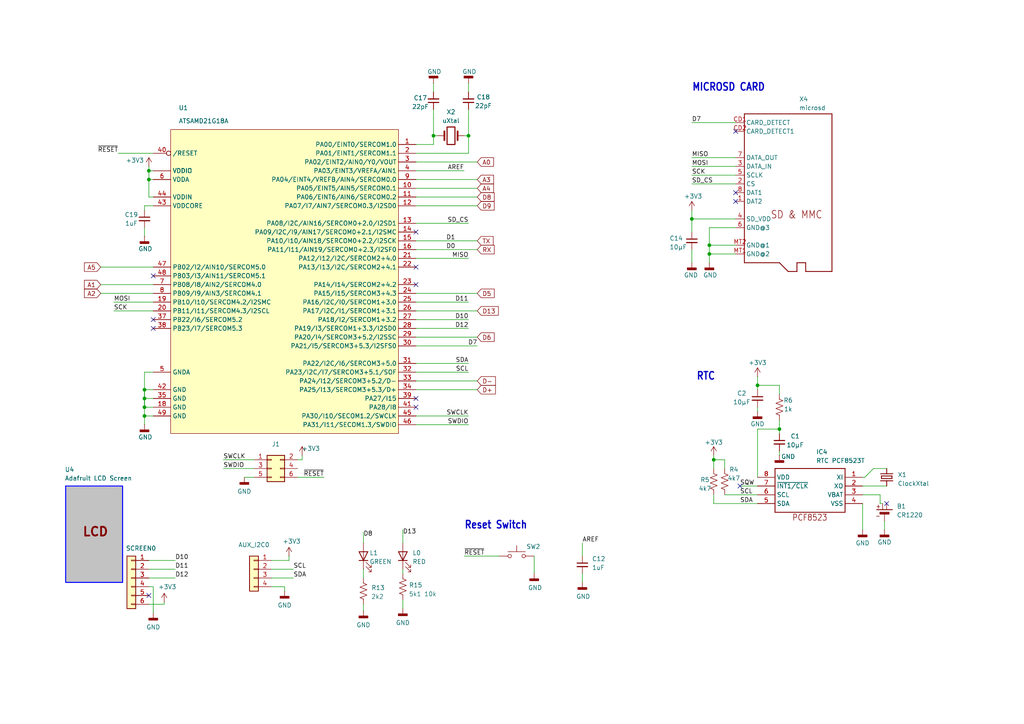
<source format=kicad_sch>
(kicad_sch (version 20250114) (generator "eeschema") (generator_version "9.0")
  (paper "A4")
  (lib_symbols
    (symbol "Connector_Generic:Conn_01x04" (pin_names (offset 1.016) (hide yes))
      (property "Reference" "J" (at 0 5.08 0))
      (property "Value" "Conn_01x04" (at 0 -7.62 0))
      (symbol "Conn_01x04_1_1"
        (rectangle (start -1.27 3.81) (end 1.27 -6.35) (stroke (width 0.254)) (fill (type background)))
        (rectangle (start -1.27 2.667) (end 0 2.413) (stroke (width 0.1524)))
        (rectangle (start -1.27 0.127) (end 0 -0.127) (stroke (width 0.1524)))
        (rectangle (start -1.27 -2.413) (end 0 -2.667) (stroke (width 0.1524)))
        (rectangle (start -1.27 -4.953) (end 0 -5.207) (stroke (width 0.1524)))
        (pin passive line (at -5.08 2.54 0) (length 3.81) (name "Pin_1") (number "1"))
        (pin passive line (at -5.08 0 0) (length 3.81) (name "Pin_2") (number "2"))
        (pin passive line (at -5.08 -2.54 0) (length 3.81) (name "Pin_3") (number "3"))
        (pin passive line (at -5.08 -5.08 0) (length 3.81) (name "Pin_4") (number "4"))
      )
    )
    (symbol "Connector_Generic:Conn_01x06" (pin_names (offset 1.016) (hide yes))
      (property "Reference" "J" (at 0 7.62 0))
      (property "Value" "Conn_01x06" (at 0 -10.16 0))
      (symbol "Conn_01x06_1_1"
        (rectangle (start -1.27 6.35) (end 1.27 -8.89) (stroke (width 0.254)) (fill (type background)))
        (rectangle (start -1.27 5.207) (end 0 4.953) (stroke (width 0.1524)))
        (rectangle (start -1.27 2.667) (end 0 2.413) (stroke (width 0.1524)))
        (rectangle (start -1.27 0.127) (end 0 -0.127) (stroke (width 0.1524)))
        (rectangle (start -1.27 -2.413) (end 0 -2.667) (stroke (width 0.1524)))
        (rectangle (start -1.27 -4.953) (end 0 -5.207) (stroke (width 0.1524)))
        (rectangle (start -1.27 -7.493) (end 0 -7.747) (stroke (width 0.1524)))
        (pin passive line (at -5.08 5.08 0) (length 3.81) (name "Pin_1") (number "1"))
        (pin passive line (at -5.08 2.54 0) (length 3.81) (name "Pin_2") (number "2"))
        (pin passive line (at -5.08 0 0) (length 3.81) (name "Pin_3") (number "3"))
        (pin passive line (at -5.08 -2.54 0) (length 3.81) (name "Pin_4") (number "4"))
        (pin passive line (at -5.08 -5.08 0) (length 3.81) (name "Pin_5") (number "5"))
        (pin passive line (at -5.08 -7.62 0) (length 3.81) (name "Pin_6") (number "6"))
      )
    )
    (symbol "Connector_Generic:Conn_02x03_Odd_Even" (pin_names (offset 1.016) (hide yes))
      (property "Reference" "J" (at 1.27 5.08 0))
      (property "Value" "Conn_02x03_Odd_Even" (at 1.27 -5.08 0))
      (symbol "Conn_02x03_Odd_Even_1_1"
        (rectangle (start -1.27 3.81) (end 3.81 -3.81) (stroke (width 0.254)) (fill (type background)))
        (rectangle (start -1.27 2.667) (end 0 2.413) (stroke (width 0.1524)))
        (rectangle (start -1.27 0.127) (end 0 -0.127) (stroke (width 0.1524)))
        (rectangle (start -1.27 -2.413) (end 0 -2.667) (stroke (width 0.1524)))
        (rectangle (start 3.81 2.667) (end 2.54 2.413) (stroke (width 0.1524)))
        (rectangle (start 3.81 0.127) (end 2.54 -0.127) (stroke (width 0.1524)))
        (rectangle (start 3.81 -2.413) (end 2.54 -2.667) (stroke (width 0.1524)))
        (pin passive line (at -5.08 2.54 0) (length 3.81) (name "Pin_1") (number "1"))
        (pin passive line (at -5.08 0 0) (length 3.81) (name "Pin_3") (number "3"))
        (pin passive line (at -5.08 -2.54 0) (length 3.81) (name "Pin_5") (number "5"))
        (pin passive line (at 7.62 2.54 180) (length 3.81) (name "Pin_2") (number "2"))
        (pin passive line (at 7.62 0 180) (length 3.81) (name "Pin_4") (number "4"))
        (pin passive line (at 7.62 -2.54 180) (length 3.81) (name "Pin_6") (number "6"))
      )
    )
    (symbol "Device:C_Small" (pin_numbers (hide yes)) (pin_names (offset 0.254) (hide yes))
      (property "Reference" "C" (at 0.254 1.778 0))
      (property "Value" "C_Small" (at 0.254 -2.032 0))
      (symbol "C_Small_0_1"
        (polyline (pts (xy -1.524 0.508) (xy 1.524 0.508)) (stroke (width 0.3048)))
        (polyline (pts (xy -1.524 -0.508) (xy 1.524 -0.508)) (stroke (width 0.3302)))
      )
      (symbol "C_Small_1_1"
        (pin passive line (at 0 2.54 270) (length 2.032) (name "~") (number "1"))
        (pin passive line (at 0 -2.54 90) (length 2.032) (name "~") (number "2"))
      )
    )
    (symbol "Device:Crystal" (pin_numbers (hide yes)) (pin_names (offset 1.016) (hide yes))
      (property "Reference" "Y" (at 0 3.81 0))
      (property "Value" "Crystal" (at 0 -3.81 0))
      (symbol "Crystal_0_1"
        (polyline (pts (xy -2.54 0) (xy -1.905 0)))
        (polyline (pts (xy -1.905 -1.27) (xy -1.905 1.27)) (stroke (width 0.508)))
        (rectangle (start -1.143 2.54) (end 1.143 -2.54) (stroke (width 0.3048)))
        (polyline (pts (xy 1.905 -1.27) (xy 1.905 1.27)) (stroke (width 0.508)))
        (polyline (pts (xy 2.54 0) (xy 1.905 0)))
      )
      (symbol "Crystal_1_1"
        (pin passive line (at -3.81 0 0) (length 1.27) (name "1") (number "1"))
        (pin passive line (at 3.81 0 180) (length 1.27) (name "2") (number "2"))
      )
    )
    (symbol "Device:LED" (pin_numbers (hide yes)) (pin_names (offset 1.016) (hide yes))
      (property "Reference" "D" (at 0 2.54 0))
      (property "Value" "LED" (at 0 -2.54 0))
      (symbol "LED_0_1"
        (polyline (pts (xy -3.048 -0.762) (xy -4.572 -2.286) (xy -3.81 -2.286) (xy -4.572 -2.286) (xy -4.572 -1.524)))
        (polyline (pts (xy -1.778 -0.762) (xy -3.302 -2.286) (xy -2.54 -2.286) (xy -3.302 -2.286) (xy -3.302 -1.524)))
        (polyline (pts (xy -1.27 0) (xy 1.27 0)))
        (polyline (pts (xy -1.27 -1.27) (xy -1.27 1.27)) (stroke (width 0.254)))
        (polyline (pts (xy 1.27 -1.27) (xy 1.27 1.27) (xy -1.27 0) (xy 1.27 -1.27)) (stroke (width 0.254)))
      )
      (symbol "LED_1_1"
        (pin passive line (at -3.81 0 0) (length 2.54) (name "K") (number "1"))
        (pin passive line (at 3.81 0 180) (length 2.54) (name "A") (number "2"))
      )
    )
    (symbol "Device:R_US" (pin_numbers (hide yes)) (pin_names (offset 0))
      (property "Reference" "R" (at 2.54 0 90))
      (property "Value" "R_US" (at -2.54 0 90))
      (symbol "R_US_0_1"
        (polyline (pts (xy 0 2.286) (xy 0 2.54)))
        (polyline (pts (xy 0 2.286) (xy 1.016 1.905) (xy 0 1.524) (xy -1.016 1.143) (xy 0 0.762)))
        (polyline (pts (xy 0 0.762) (xy 1.016 0.381) (xy 0 0) (xy -1.016 -0.381) (xy 0 -0.762)))
        (polyline (pts (xy 0 -0.762) (xy 1.016 -1.143) (xy 0 -1.524) (xy -1.016 -1.905) (xy 0 -2.286)))
        (polyline (pts (xy 0 -2.286) (xy 0 -2.54)))
      )
      (symbol "R_US_1_1"
        (pin passive line (at 0 3.81 270) (length 1.27) (name "~") (number "1"))
        (pin passive line (at 0 -3.81 90) (length 1.27) (name "~") (number "2"))
      )
    )
    (symbol "FED3 SymbLib:ATSAMD21J_QFN"
      (symbol "ATSAMD21J_QFN_1_0"
        (pin bidirectional inverted (at -25.4 33.02 0) (length 5.08) (name "/RESET") (number "40"))
        (pin power_in line (at -25.4 27.94 0) (length 5.08) (name "VDDIO") (number "17"))
        (pin power_in line (at -25.4 27.94 0) (length 5.08) (name "VDDIO") (number "36"))
        (pin power_in line (at -25.4 25.4 0) (length 5.08) (name "VDDA") (number "6"))
        (pin power_in line (at -25.4 20.32 0) (length 5.08) (name "VDDIN") (number "44"))
        (pin power_in line (at -25.4 17.78 0) (length 5.08) (name "VDDCORE") (number "43"))
        (pin bidirectional line (at -25.4 0 0) (length 5.08) (name "PB02/I2/AIN10/SERCOM5.0") (number "47"))
        (pin bidirectional line (at -25.4 -2.54 0) (length 5.08) (name "PB03/I3/AIN11/SERCOM5.1") (number "48"))
        (pin bidirectional line (at -25.4 -5.08 0) (length 5.08) (name "PB08/I8/AIN2/SERCOM4.0") (number "7"))
        (pin bidirectional line (at -25.4 -7.62 0) (length 5.08) (name "PB09/I9/AIN3/SERCOM4.1") (number "8"))
        (pin bidirectional line (at -25.4 -10.16 0) (length 5.08) (name "PB10/I10/SERCOM4.2/I2SMC") (number "19"))
        (pin bidirectional line (at -25.4 -12.7 0) (length 5.08) (name "PB11/I11/SERCOM4.3/I2SCL") (number "20"))
        (pin bidirectional line (at -25.4 -15.24 0) (length 5.08) (name "PB22/I6/SERCOM5.2") (number "37"))
        (pin bidirectional line (at -25.4 -17.78 0) (length 5.08) (name "PB23/I7/SERCOM5.3") (number "38"))
        (pin power_in line (at -25.4 -30.48 0) (length 5.08) (name "GNDA") (number "5"))
        (pin power_in line (at -25.4 -35.56 0) (length 5.08) (name "GND") (number "42"))
        (pin power_in line (at -25.4 -38.1 0) (length 5.08) (name "GND") (number "35"))
        (pin power_in line (at -25.4 -40.64 0) (length 5.08) (name "GND") (number "18"))
        (pin power_in line (at -25.4 -43.18 0) (length 5.08) (name "GND") (number "49"))
        (pin bidirectional line (at 50.8 35.56 180) (length 5.08) (name "PA00/EINT0/SERCOM1.0") (number "1"))
        (pin bidirectional line (at 50.8 33.02 180) (length 5.08) (name "PA01/EINT1/SERCOM1.1") (number "2"))
        (pin bidirectional line (at 50.8 30.48 180) (length 5.08) (name "PA02/EINT2/AIN0/Y0/VOUT") (number "3"))
        (pin bidirectional line (at 50.8 27.94 180) (length 5.08) (name "PA03/EINT3/VREFA/AIN1") (number "4"))
        (pin bidirectional line (at 50.8 25.4 180) (length 5.08) (name "PA04/EINT4/VREFB/AIN4/SERCOM0.0") (number "9"))
        (pin bidirectional line (at 50.8 22.86 180) (length 5.08) (name "PA05/EINT5/AIN5/SERCOM0.1") (number "10"))
        (pin bidirectional line (at 50.8 20.32 180) (length 5.08) (name "PA06/EINT6/AIN6/SERCOM0.2") (number "11"))
        (pin bidirectional line (at 50.8 17.78 180) (length 5.08) (name "PA07/I7/AIN7/SERCOM0.3/I2SD0") (number "12"))
        (pin bidirectional line (at 50.8 12.7 180) (length 5.08) (name "PA08/I2C/AIN16/SERCOM0+2.0/I2SD1") (number "13"))
        (pin bidirectional line (at 50.8 10.16 180) (length 5.08) (name "PA09/I2C/I9/AIN17/SERCOM0+2.1/I2SMC") (number "14"))
        (pin bidirectional line (at 50.8 7.62 180) (length 5.08) (name "PA10/I10/AIN18/SERCOM0+2.2/I2SCK") (number "15"))
        (pin bidirectional line (at 50.8 5.08 180) (length 5.08) (name "PA11/I11/AIN19/SERCOM0+2.3/I2SF0") (number "16"))
        (pin bidirectional line (at 50.8 2.54 180) (length 5.08) (name "PA12/I12/I2C/SERCOM2+4.0") (number "21"))
        (pin bidirectional line (at 50.8 0 180) (length 5.08) (name "PA13/I13/I2C/SERCOM2+4.1") (number "22"))
        (pin bidirectional line (at 50.8 -5.08 180) (length 5.08) (name "PA14/I14/SERCOM2+4.2") (number "23"))
        (pin bidirectional line (at 50.8 -7.62 180) (length 5.08) (name "PA15/I15/SERCOM3+4.3") (number "24"))
        (pin bidirectional line (at 50.8 -10.16 180) (length 5.08) (name "PA16/I2C/I0/SERCOM1+3.0") (number "25"))
        (pin bidirectional line (at 50.8 -12.7 180) (length 5.08) (name "PA17/I2C/I1/SERCOM1+3.1") (number "26"))
        (pin bidirectional line (at 50.8 -15.24 180) (length 5.08) (name "PA18/I2/SERCOM1+3.2") (number "27"))
        (pin bidirectional line (at 50.8 -17.78 180) (length 5.08) (name "PA19/I3/SERCOM1+3.3/I2SD0") (number "28"))
        (pin bidirectional line (at 50.8 -20.32 180) (length 5.08) (name "PA20/I4/SERCOM3+5.2/I2SSC") (number "29"))
        (pin bidirectional line (at 50.8 -22.86 180) (length 5.08) (name "PA21/I5/SERCOM3+5.3/I2SFS0") (number "30"))
        (pin bidirectional line (at 50.8 -27.94 180) (length 5.08) (name "PA22/I2C/I6/SERCOM3+5.0") (number "31"))
        (pin bidirectional line (at 50.8 -30.48 180) (length 5.08) (name "PA23/I2C/I7/SERCOM3+5.1/SOF") (number "32"))
        (pin bidirectional line (at 50.8 -33.02 180) (length 5.08) (name "PA24/I12/SERCOM3+5.2/D-") (number "33"))
        (pin bidirectional line (at 50.8 -35.56 180) (length 5.08) (name "PA25/I13/SERCOM3+5.3/D+") (number "34"))
        (pin bidirectional line (at 50.8 -38.1 180) (length 5.08) (name "PA27/I15") (number "39"))
        (pin bidirectional line (at 50.8 -40.64 180) (length 5.08) (name "PA28/I8") (number "41"))
        (pin bidirectional line (at 50.8 -43.18 180) (length 5.08) (name "PA30/I10/SECOM1.2/SWCLK") (number "45"))
        (pin bidirectional line (at 50.8 -45.72 180) (length 5.08) (name "PA31/I11/SECOM1.3/SWDIO") (number "46"))
      )
      (symbol "ATSAMD21J_QFN_1_1"
        (rectangle (start -20.32 39.878) (end 45.72 -48.26) (fill (type background)))
      )
    )
    (symbol "FED3 SymbLib:BATTERYCR1220_SMT"
      (property "Reference" "B" (at -2.54 3.175 0))
      (symbol "BATTERYCR1220_SMT_1_0"
        (polyline (pts (xy -0.508 1.27) (xy -0.254 1.27)) (stroke (width 0.254)))
        (polyline (pts (xy -0.508 -1.27) (xy -0.508 1.27)) (stroke (width 0.254)))
        (polyline (pts (xy -0.254 1.27) (xy -0.254 -1.27)) (stroke (width 0.254)))
        (polyline (pts (xy -0.254 1.27) (xy 0 1.27)) (stroke (width 0.254)))
        (polyline (pts (xy -0.254 -1.27) (xy -0.508 -1.27)) (stroke (width 0.254)))
        (polyline (pts (xy 0 1.27) (xy 0 -1.27)) (stroke (width 0.254)))
        (polyline (pts (xy 0 -1.27) (xy -0.254 -1.27)) (stroke (width 0.254)))
        (polyline (pts (xy 0.762 2.286) (xy 0.762 -2.286)) (stroke (width 0.254)))
        (text "-" (at -1.778 -1.143 900) (effects (font (size 1.27 1.0795)) (justify right top)))
        (text "+" (at 1.016 -1.016 900) (effects (font (size 1.27 1.0795)) (justify right top)))
        (pin passive line (at -2.54 0 0) (length 2.54) (name "-") (number "3"))
        (pin passive line (at 2.54 0.6096 180) (length 1.8288) (name "+") (number "1"))
        (pin passive line (at 2.54 -0.5334 180) (length 1.8288) (name "+") (number "2"))
      )
    )
    (symbol "FED3 SymbLib:CRYSTAL8.0X3.8"
      (property "Reference" "Y" (at -2.54 2.54 0))
      (symbol "CRYSTAL8.0X3.8_1_0"
        (polyline (pts (xy -2.54 0) (xy -1.016 0)) (stroke (width 0.254)))
        (polyline (pts (xy -1.016 1.778) (xy -1.016 0)) (stroke (width 0.254)))
        (polyline (pts (xy -1.016 0) (xy -1.016 -1.778)) (stroke (width 0.254)))
        (polyline (pts (xy -0.381 1.524) (xy -0.381 -1.524)) (stroke (width 0.254)))
        (polyline (pts (xy -0.381 -1.524) (xy 0.381 -1.524)) (stroke (width 0.254)))
        (polyline (pts (xy 0.381 1.524) (xy -0.381 1.524)) (stroke (width 0.254)))
        (polyline (pts (xy 0.381 -1.524) (xy 0.381 1.524)) (stroke (width 0.254)))
        (polyline (pts (xy 1.016 1.778) (xy 1.016 0)) (stroke (width 0.254)))
        (polyline (pts (xy 1.016 0) (xy 1.016 -1.778)) (stroke (width 0.254)))
        (polyline (pts (xy 2.54 0) (xy 1.016 0)) (stroke (width 0.254)))
        (pin passive line (at -3.81 -2.54 0) (length 2.54) (hide yes) (name "2") (number "2"))
        (pin passive line (at -2.54 0 0) (length 0) (name "1") (number "1"))
        (pin passive line (at 2.54 0 180) (length 0) (name "4") (number "4"))
        (pin passive line (at 2.54 -2.54 180) (length 2.54) (hide yes) (name "3") (number "3"))
      )
    )
    (symbol "FED3 SymbLib:LCD_SCREEN" (pin_numbers (hide yes))
      (property "Reference" "U" (at -8.128 15.24 0))
      (property "Value" "Adafruit LCD Screen" (at 1.016 -15.24 0))
      (symbol "LCD_SCREEN_1_1"
        (rectangle (start -8.89 13.97) (end 7.62 -13.97) (stroke (width 0.3048) (color 0 0 255 1)) (fill (type color) (color 194 194 194 1)))
        (text "LCD" (at -0.254 0.762 0) (effects (font (size 2.54 2.54) (thickness 0.508) (bold yes))))
      )
    )
    (symbol "FED3 SymbLib:MICROSD"
      (property "Reference" "X" (at -12.7 22.606 0))
      (symbol "MICROSD_1_0"
        (polyline (pts (xy -12.7 20.32) (xy -12.7 -22.86)) (stroke (width 0.254)))
        (polyline (pts (xy -12.7 -22.86) (xy -2.54 -22.86)) (stroke (width 0.254)))
        (polyline (pts (xy -2.54 -22.86) (xy 0 -25.4)) (stroke (width 0.254)))
        (polyline (pts (xy 0 -25.4) (xy 2.54 -25.4)) (stroke (width 0.254)))
        (polyline (pts (xy 2.54 -22.86) (xy 5.08 -22.86)) (stroke (width 0.254)))
        (polyline (pts (xy 2.54 -25.4) (xy 2.54 -22.86)) (stroke (width 0.254)))
        (polyline (pts (xy 5.08 -22.86) (xy 5.08 -25.4)) (stroke (width 0.254)))
        (polyline (pts (xy 5.08 -25.4) (xy 12.7 -25.4)) (stroke (width 0.254)))
        (polyline (pts (xy 12.7 20.32) (xy -12.7 20.32)) (stroke (width 0.254)))
        (polyline (pts (xy 12.7 -25.4) (xy 12.7 20.32)) (stroke (width 0.254)))
        (text "SD & MMC" (at -5.08 -10.16 0) (effects (font (size 2.1844 1.8567)) (justify left bottom)))
        (pin passive line (at -15.24 17.78 0) (length 2.54) (name "CARD_DETECT") (number "CD1"))
        (pin passive line (at -15.24 15.24 0) (length 2.54) (name "CARD_DETECT1") (number "CD2"))
        (pin output line (at -15.24 7.62 0) (length 2.54) (name "DATA_OUT") (number "7"))
        (pin input line (at -15.24 5.08 0) (length 2.54) (name "DATA_IN") (number "3"))
        (pin input line (at -15.24 2.54 0) (length 2.54) (name "SCLK") (number "5"))
        (pin input line (at -15.24 0 0) (length 2.54) (name "CS") (number "2"))
        (pin bidirectional line (at -15.24 -2.54 0) (length 2.54) (name "DAT1") (number "8"))
        (pin bidirectional line (at -15.24 -5.08 0) (length 2.54) (name "DAT2") (number "1"))
        (pin power_in line (at -15.24 -10.16 0) (length 2.54) (name "SD_VDD") (number "4"))
        (pin power_in line (at -15.24 -12.7 0) (length 2.54) (name "GND@3") (number "6"))
        (pin power_in line (at -15.24 -17.78 0) (length 2.54) (name "GND@1") (number "MT2"))
        (pin power_in line (at -15.24 -20.32 0) (length 2.54) (name "GND@2") (number "MT1"))
      )
    )
    (symbol "FED3 SymbLib:RTC_PCF8523/TK"
      (property "Reference" "IC" (at 10.16 7.62 0))
      (symbol "RTC_PCF8523/TK_1_0"
        (polyline (pts (xy -10.16 5.08) (xy 10.16 5.08)) (stroke (width 0.254)))
        (polyline (pts (xy -10.16 -7.62) (xy -10.16 5.08)) (stroke (width 0.254)))
        (polyline (pts (xy 10.16 5.08) (xy 10.16 -7.62)) (stroke (width 0.254)))
        (polyline (pts (xy 10.16 -7.62) (xy -10.16 -7.62)) (stroke (width 0.254)))
        (text "PCF8523" (at -5.08 -10.16 0) (effects (font (size 1.778 1.5113)) (justify left bottom)))
        (pin input line (at -15.24 2.54 0) (length 5.08) (name "XI") (number "1"))
        (pin output line (at -15.24 0 0) (length 5.08) (name "XO") (number "2"))
        (pin power_in line (at -15.24 -2.54 0) (length 5.08) (name "VBAT") (number "3"))
        (pin power_in line (at -15.24 -5.08 0) (length 5.08) (name "VSS") (number "4"))
        (pin power_in line (at 15.24 2.54 180) (length 5.08) (name "VDD") (number "8"))
        (pin output line (at 15.24 0 180) (length 5.08) (name "~{INT1/CLK}") (number "7"))
        (pin bidirectional line (at 15.24 -2.54 180) (length 5.08) (name "SCL") (number "6"))
        (pin bidirectional line (at 15.24 -5.08 180) (length 5.08) (name "SDA") (number "5"))
      )
    )
    (symbol "Switch:SW_Push" (pin_numbers (hide yes)) (pin_names (offset 1.016) (hide yes))
      (property "Reference" "SW" (at 1.27 2.54 0))
      (property "Value" "SW_Push" (at 0 -1.524 0))
      (symbol "SW_Push_0_1"
        (circle (center -2.032 0) (radius 0.508))
        (polyline (pts (xy 0 1.27) (xy 0 3.048)))
        (circle (center 2.032 0) (radius 0.508))
        (polyline (pts (xy 2.54 1.27) (xy -2.54 1.27)))
        (pin passive line (at -5.08 0 0) (length 2.54) (name "1") (number "1"))
        (pin passive line (at 5.08 0 180) (length 2.54) (name "2") (number "2"))
      )
    )
    (symbol "power:+3V3" (power) (pin_numbers (hide yes)) (pin_names (offset 0) (hide yes))
      (property "Value" "+3V3" (at 0 3.556 0))
      (symbol "+3V3_0_1"
        (polyline (pts (xy -0.762 1.27) (xy 0 2.54)))
        (polyline (pts (xy 0 2.54) (xy 0.762 1.27)))
        (polyline (pts (xy 0 0) (xy 0 2.54)))
      )
      (symbol "+3V3_1_1"
        (pin power_in line (at 0 0 90) (length 0) (name "~") (number "1"))
      )
    )
    (symbol "power:GNDD" (power) (pin_numbers (hide yes)) (pin_names (offset 0) (hide yes))
      (property "Value" "GNDD" (at 0 -3.175 0))
      (symbol "GNDD_0_1"
        (rectangle (start -1.27 -1.524) (end 1.27 -2.032) (stroke (width 0.254)) (fill (type outline)))
        (polyline (pts (xy 0 0) (xy 0 -1.524)))
      )
      (symbol "GNDD_1_1"
        (pin power_in line (at 0 0 270) (length 0) (name "~") (number "1"))
      )
    )
  )
  (text "MICROSD CARD" (at 200.66 26.67 0) (effects (font (size 2.1844 1.8567) (thickness 0.3713) (bold yes)) (justify left bottom)))
  (text "Reset Switch" (at 134.62 153.67 0) (effects (font (size 2.1844 1.8567) (thickness 0.3713) (bold yes)) (justify left bottom)))
  (text "RTC" (at 201.93 110.49 0) (effects (font (size 2.1844 1.8567) (thickness 0.3713) (bold yes)) (justify left bottom)))
  (junction (at 205.74 73.66))
  (junction (at 135.89 39.37))
  (junction (at 200.66 63.5))
  (junction (at 219.71 111.76))
  (junction (at 41.91 118.11))
  (junction (at 43.18 49.53))
  (junction (at 43.18 52.07))
  (junction (at 226.06 124.46))
  (junction (at 207.01 133.35))
  (junction (at 41.91 113.03))
  (junction (at 41.91 120.65))
  (junction (at 125.73 39.37))
  (junction (at 205.74 71.12))
  (junction (at 41.91 115.57))
  (no_connect (at 120.65 118.11))
  (no_connect (at 120.65 115.57))
  (no_connect (at 213.36 55.88))
  (no_connect (at 43.18 172.72))
  (no_connect (at 44.45 95.25))
  (no_connect (at 257.1496 146.05))
  (no_connect (at 120.65 77.47))
  (no_connect (at 213.36 38.1))
  (no_connect (at 44.45 92.71))
  (no_connect (at 214.63 140.97))
  (no_connect (at 120.65 82.55))
  (no_connect (at 213.36 58.42))
  (no_connect (at 44.45 80.01))
  (no_connect (at 120.65 67.31))
  (wire (pts (xy 207.01 132.08) (xy 207.01 133.35)) (stroke (width 0.1524)))
  (wire (pts (xy 255.27 143.51) (xy 255.27 146.05)) (stroke (width 0.1524)))
  (wire (pts (xy 256.54 151.13) (xy 256.54 153.67)) (stroke (width 0.1524)))
  (wire (pts (xy 120.65 110.49) (xy 138.43 110.49)) (stroke (width 0.1524)))
  (wire (pts (xy 200.66 60.96) (xy 200.66 63.5)) (stroke (width 0.1524)))
  (wire (pts (xy 120.65 107.95) (xy 135.89 107.95)) (stroke (width 0.1524)))
  (wire (pts (xy 105.41 175.26) (xy 105.41 177.165)) (stroke (width 0.1524)))
  (wire (pts (xy 226.06 124.46) (xy 226.06 125.73)))
  (wire (pts (xy 41.91 66.04) (xy 41.91 68.58)))
  (wire (pts (xy 41.91 115.57) (xy 41.91 118.11)) (stroke (width 0.1524)))
  (wire (pts (xy 207.01 133.35) (xy 210.185 133.35)) (stroke (width 0.1524)))
  (wire (pts (xy 138.43 113.03) (xy 120.65 113.03)) (stroke (width 0.1524)))
  (wire (pts (xy 120.65 57.15) (xy 138.43 57.15)) (stroke (width 0.1524)))
  (wire (pts (xy 134.62 161.29) (xy 144.78 161.29)) (stroke (width 0.1524)))
  (wire (pts (xy 41.91 113.03) (xy 41.91 115.57)) (stroke (width 0.1524)))
  (wire (pts (xy 120.65 41.91) (xy 125.73 41.91)) (stroke (width 0.1524)))
  (wire (pts (xy 120.65 100.33) (xy 138.43 100.33)) (stroke (width 0.1524)))
  (wire (pts (xy 41.91 60.96) (xy 41.91 59.69)) (stroke (width 0.1524)))
  (wire (pts (xy 219.71 118.11) (xy 219.71 119.38)))
  (wire (pts (xy 78.74 167.64) (xy 85.09 167.64)) (stroke (width 0.1524)))
  (wire (pts (xy 207.01 143.51) (xy 207.01 146.05)) (stroke (width 0.1524)))
  (wire (pts (xy 200.66 48.26) (xy 213.36 48.26)) (stroke (width 0.1524)))
  (wire (pts (xy 219.71 111.76) (xy 219.71 113.03)))
  (wire (pts (xy 93.98 138.43) (xy 86.36 138.43)))
  (wire (pts (xy 41.91 118.11) (xy 41.91 120.65)))
  (wire (pts (xy 105.41 154.305) (xy 105.41 157.48)) (stroke (width 0.1524)))
  (wire (pts (xy 41.91 118.11) (xy 44.45 118.11)) (stroke (width 0.1524)))
  (wire (pts (xy 200.66 76.2) (xy 200.66 72.39)) (stroke (width 0.1524)))
  (wire (pts (xy 43.18 48.26) (xy 43.18 49.53)))
  (wire (pts (xy 210.185 133.35) (xy 210.185 135.89)) (stroke (width 0.1524)))
  (wire (pts (xy 116.84 153.67) (xy 116.84 157.48)) (stroke (width 0.1524)))
  (wire (pts (xy 120.65 52.07) (xy 138.43 52.07)) (stroke (width 0.1524)))
  (wire (pts (xy 43.18 165.1) (xy 50.8 165.1)) (stroke (width 0.1524)))
  (wire (pts (xy 200.66 63.5) (xy 213.36 63.5)) (stroke (width 0.1524)))
  (wire (pts (xy 200.66 45.72) (xy 213.36 45.72)) (stroke (width 0.1524)))
  (wire (pts (xy 210.185 143.51) (xy 219.71 143.51)) (stroke (width 0.1524)))
  (wire (pts (xy 120.65 90.17) (xy 138.43 90.17)) (stroke (width 0.1524)))
  (wire (pts (xy 219.71 138.43) (xy 219.71 124.46)) (stroke (width 0.1524)))
  (wire (pts (xy 125.73 24.13) (xy 125.73 26.67)))
  (wire (pts (xy 120.65 69.85) (xy 138.43 69.85)) (stroke (width 0.1524)))
  (wire (pts (xy 135.89 24.13) (xy 135.89 26.67)))
  (wire (pts (xy 41.91 115.57) (xy 44.45 115.57)))
  (wire (pts (xy 120.65 87.63) (xy 135.89 87.63)) (stroke (width 0.1524)))
  (wire (pts (xy 213.36 73.66) (xy 205.74 73.66)) (stroke (width 0.1524)))
  (wire (pts (xy 44.45 52.07) (xy 43.18 52.07)) (stroke (width 0.1524)))
  (wire (pts (xy 73.66 135.89) (xy 64.77 135.89)))
  (wire (pts (xy 44.45 77.47) (xy 29.21 77.47)) (stroke (width 0.1524)))
  (wire (pts (xy 43.18 52.07) (xy 43.18 49.53)) (stroke (width 0.1524)))
  (wire (pts (xy 255.27 143.51) (xy 250.19 143.51)) (stroke (width 0.1524)))
  (wire (pts (xy 43.18 162.56) (xy 50.8 162.56)) (stroke (width 0.1524)))
  (wire (pts (xy 44.45 170.18) (xy 44.45 177.8)))
  (wire (pts (xy 41.91 120.65) (xy 44.45 120.65)))
  (wire (pts (xy 33.02 90.17) (xy 44.45 90.17)) (stroke (width 0.1524)))
  (wire (pts (xy 78.74 165.1) (xy 85.09 165.1)) (stroke (width 0.1524)))
  (wire (pts (xy 44.45 87.63) (xy 33.02 87.63)) (stroke (width 0.1524)))
  (wire (pts (xy 226.06 121.92) (xy 226.06 123.19)))
  (wire (pts (xy 41.91 59.69) (xy 44.45 59.69)) (stroke (width 0.1524)))
  (wire (pts (xy 138.43 85.09) (xy 120.65 85.09)) (stroke (width 0.1524)))
  (wire (pts (xy 207.01 133.35) (xy 207.01 135.89)) (stroke (width 0.1524)))
  (wire (pts (xy 226.06 124.46) (xy 226.06 123.19)) (stroke (width 0.1524)))
  (wire (pts (xy 207.01 146.05) (xy 219.71 146.05)) (stroke (width 0.1524)))
  (wire (pts (xy 125.73 39.37) (xy 125.73 41.91)) (stroke (width 0.1524)))
  (wire (pts (xy 205.74 71.12) (xy 205.74 73.66)) (stroke (width 0.1524)))
  (wire (pts (xy 219.71 140.97) (xy 214.63 140.97)) (stroke (width 0.1524)))
  (wire (pts (xy 87.63 132.08) (xy 87.63 133.35)))
  (wire (pts (xy 257.175 140.97) (xy 250.19 140.97)) (stroke (width 0.1524)))
  (wire (pts (xy 41.91 123.19) (xy 41.91 120.65)))
  (wire (pts (xy 47.625 175.26) (xy 47.625 174.625)) (stroke (width 0.1524)))
  (wire (pts (xy 105.41 165.1) (xy 105.41 167.64)) (stroke (width 0.1524)))
  (wire (pts (xy 219.71 124.46) (xy 226.06 124.46)) (stroke (width 0.1524)))
  (wire (pts (xy 120.65 105.41) (xy 135.89 105.41)) (stroke (width 0.1524)))
  (wire (pts (xy 200.66 50.8) (xy 213.36 50.8)) (stroke (width 0.1524)))
  (wire (pts (xy 213.36 71.12) (xy 205.74 71.12)) (stroke (width 0.1524)))
  (wire (pts (xy 87.63 133.35) (xy 86.36 133.35)))
  (wire (pts (xy 47.625 175.26) (xy 43.18 175.26)) (stroke (width 0.1524)))
  (wire (pts (xy 205.74 73.66) (xy 205.74 76.2)) (stroke (width 0.1524)))
  (wire (pts (xy 120.65 120.65) (xy 135.89 120.65)) (stroke (width 0.1524)))
  (wire (pts (xy 44.45 82.55) (xy 29.21 82.55)) (stroke (width 0.1524)))
  (wire (pts (xy 135.89 64.77) (xy 120.65 64.77)) (stroke (width 0.1524)))
  (wire (pts (xy 200.66 53.34) (xy 213.36 53.34)) (stroke (width 0.1524)))
  (wire (pts (xy 116.84 173.99) (xy 116.84 176.53)) (stroke (width 0.1524)))
  (wire (pts (xy 226.06 111.76) (xy 226.06 114.3)) (stroke (width 0.1524)))
  (wire (pts (xy 120.65 46.99) (xy 138.43 46.99)) (stroke (width 0.1524)))
  (wire (pts (xy 135.89 39.37) (xy 135.89 44.45)) (stroke (width 0.1524)))
  (wire (pts (xy 120.65 95.25) (xy 135.89 95.25)) (stroke (width 0.1524)))
  (wire (pts (xy 78.74 170.18) (xy 82.55 170.18)) (stroke (width 0.1524)))
  (wire (pts (xy 73.66 133.35) (xy 64.77 133.35)))
  (wire (pts (xy 70.866 138.43) (xy 73.66 138.43)))
  (wire (pts (xy 213.36 66.04) (xy 205.74 66.04)) (stroke (width 0.1524)))
  (wire (pts (xy 43.18 57.15) (xy 43.18 52.07)) (stroke (width 0.1524)))
  (wire (pts (xy 125.73 31.75) (xy 125.73 34.29)))
  (wire (pts (xy 44.45 49.53) (xy 43.18 49.53)) (stroke (width 0.1524)))
  (wire (pts (xy 120.65 44.45) (xy 135.89 44.45)) (stroke (width 0.1524)))
  (wire (pts (xy 41.91 113.03) (xy 41.91 115.57)))
  (wire (pts (xy 168.91 157.48) (xy 168.91 161.29)))
  (wire (pts (xy 135.89 34.29) (xy 135.89 39.37)) (stroke (width 0.1524)))
  (wire (pts (xy 120.65 97.79) (xy 138.43 97.79)) (stroke (width 0.1524)))
  (wire (pts (xy 41.91 113.03) (xy 44.45 113.03)) (stroke (width 0.1524)))
  (wire (pts (xy 83.82 161.29) (xy 83.82 162.56)))
  (wire (pts (xy 250.19 153.67) (xy 250.19 146.05)) (stroke (width 0.1524)))
  (wire (pts (xy 125.73 39.37) (xy 127 39.37)))
  (wire (pts (xy 226.06 111.76) (xy 219.71 111.76)) (stroke (width 0.1524)))
  (wire (pts (xy 205.74 66.04) (xy 205.74 71.12)) (stroke (width 0.1524)))
  (wire (pts (xy 200.66 63.5) (xy 200.66 64.77)) (stroke (width 0.1524)))
  (wire (pts (xy 83.82 162.56) (xy 78.74 162.56)))
  (wire (pts (xy 34.29 44.45) (xy 44.45 44.45)) (stroke (width 0.1524)))
  (wire (pts (xy 41.91 107.95) (xy 44.45 107.95)))
  (wire (pts (xy 120.65 59.69) (xy 138.43 59.69)) (stroke (width 0.1524)))
  (wire (pts (xy 255.27 146.05) (xy 256.0066 146.05)) (stroke (width 0.1524)))
  (wire (pts (xy 200.66 35.56) (xy 213.36 35.56)) (stroke (width 0.1524)))
  (wire (pts (xy 29.21 85.09) (xy 44.45 85.09)) (stroke (width 0.1524)))
  (wire (pts (xy 43.18 167.64) (xy 50.8 167.64)) (stroke (width 0.1524)))
  (wire (pts (xy 226.06 130.81) (xy 226.06 132.08)))
  (wire (pts (xy 219.71 109.22) (xy 219.71 111.76)) (stroke (width 0.1524)))
  (wire (pts (xy 135.89 31.75) (xy 135.89 34.29)))
  (wire (pts (xy 135.89 123.19) (xy 120.65 123.19)) (stroke (width 0.1524)))
  (wire (pts (xy 120.65 92.71) (xy 135.89 92.71)) (stroke (width 0.1524)))
  (wire (pts (xy 154.94 161.29) (xy 154.94 166.37)) (stroke (width 0.1524)))
  (wire (pts (xy 82.55 170.18) (xy 82.55 171.45)) (stroke (width 0.1524)))
  (wire (pts (xy 120.65 72.39) (xy 138.43 72.39)) (stroke (width 0.1524)))
  (wire (pts (xy 168.91 166.37) (xy 168.91 168.91)) (stroke (width 0.1524)))
  (wire (pts (xy 43.18 170.18) (xy 44.45 170.18)) (stroke (width 0.1524)))
  (wire (pts (xy 41.91 107.95) (xy 41.91 113.03)))
  (wire (pts (xy 125.73 34.29) (xy 125.73 39.37)) (stroke (width 0.1524)))
  (wire (pts (xy 200.66 64.77) (xy 200.66 67.31)))
  (wire (pts (xy 44.45 57.15) (xy 43.18 57.15)) (stroke (width 0.1524)))
  (wire (pts (xy 138.43 54.61) (xy 120.65 54.61)) (stroke (width 0.1524)))
  (wire (pts (xy 116.84 165.1) (xy 116.84 166.37)) (stroke (width 0.1524)))
  (wire (pts (xy 253.365 135.89) (xy 250.825 138.43)) (stroke (width 0.1524)))
  (wire (pts (xy 120.65 74.93) (xy 135.89 74.93)) (stroke (width 0.1524)))
  (wire (pts (xy 41.91 115.57) (xy 41.91 118.11)))
  (wire (pts (xy 257.175 135.89) (xy 253.365 135.89)) (stroke (width 0.1524)))
  (wire (pts (xy 134.62 39.37) (xy 135.89 39.37)))
  (wire (pts (xy 250.825 138.43) (xy 250.19 138.43)) (stroke (width 0.1524)))
  (wire (pts (xy 120.65 49.53) (xy 134.62 49.53)) (stroke (width 0.1524)))
  (label "D10" (at 135.89 92.71 180))
  (label "SWCLK" (at 64.77 133.35 0))
  (label "MISO" (at 135.89 74.93 180))
  (label "SDA" (at 85.09 167.64 0))
  (label "SCL" (at 85.09 165.1 0))
  (label "SCL" (at 214.63 143.51 0))
  (label "D10" (at 50.8 162.56 0))
  (label "SWDIO" (at 64.77 135.89 0))
  (label "MISO" (at 200.66 45.72 0))
  (label "SWDIO" (at 135.89 123.19 180))
  (label "AREF" (at 134.62 49.53 180))
  (label "~{RESET}" (at 34.29 44.45 180))
  (label "SCL" (at 135.89 107.95 180))
  (label "MOSI" (at 200.66 48.26 0))
  (label "SCK" (at 200.66 50.8 0))
  (label "D1" (at 132.08 69.85 180))
  (label "SD_CS" (at 135.89 64.77 180))
  (label "~{RESET}" (at 93.98 138.43 180))
  (label "D12" (at 135.89 95.25 180))
  (label "SDA" (at 135.89 105.41 180))
  (label "~{RESET}" (at 134.62 161.29 0))
  (label "D0" (at 132.08 72.39 180))
  (label "MOSI" (at 33.02 87.63 0))
  (label "D11" (at 50.8 165.1 0))
  (label "D8" (at 105.41 154.305 0))
  (label "SDA" (at 214.63 146.05 0))
  (label "SCK" (at 33.02 90.17 0))
  (label "SD_CS" (at 200.66 53.34 0))
  (label "AREF" (at 168.91 157.48 0))
  (label "SWCLK" (at 135.89 120.65 180))
  (label "D7" (at 138.43 100.33 180))
  (label "D12" (at 50.8 167.64 0))
  (label "D7" (at 200.66 35.56 0))
  (label "D11" (at 135.89 87.63 180))
  (label "D13" (at 116.84 153.67 0))
  (label "SQW" (at 214.63 140.97 0))
  (global_label "A5" (shape input) (at 29.21 77.47 180) (property "Intersheetrefs" "${INTERSHEET_REFS}" (effects (hide yes))))
  (global_label "RX" (shape input) (at 138.43 72.39 0) (property "Intersheetrefs" "${INTERSHEET_REFS}" (effects (hide yes))))
  (global_label "A0" (shape input) (at 138.43 46.99 0) (property "Intersheetrefs" "${INTERSHEET_REFS}" (effects (hide yes))))
  (global_label "D-" (shape input) (at 138.43 110.49 0) (property "Intersheetrefs" "${INTERSHEET_REFS}" (effects (hide yes))))
  (global_label "D9" (shape input) (at 138.43 59.69 0) (property "Intersheetrefs" "${INTERSHEET_REFS}" (effects (hide yes))))
  (global_label "A1" (shape input) (at 29.21 82.55 180) (property "Intersheetrefs" "${INTERSHEET_REFS}" (effects (hide yes))))
  (global_label "A2" (shape input) (at 29.21 85.09 180) (property "Intersheetrefs" "${INTERSHEET_REFS}" (effects (hide yes))))
  (global_label "D8" (shape input) (at 138.43 57.15 0) (property "Intersheetrefs" "${INTERSHEET_REFS}" (effects (hide yes))))
  (global_label "D13" (shape input) (at 138.43 90.17 0) (property "Intersheetrefs" "${INTERSHEET_REFS}" (effects (hide yes))))
  (global_label "TX" (shape input) (at 138.43 69.85 0) (property "Intersheetrefs" "${INTERSHEET_REFS}" (effects (hide yes))))
  (global_label "A4" (shape input) (at 138.43 54.61 0) (property "Intersheetrefs" "${INTERSHEET_REFS}" (effects (hide yes))))
  (global_label "D6" (shape input) (at 138.43 97.79 0) (property "Intersheetrefs" "${INTERSHEET_REFS}" (effects (hide yes))))
  (global_label "A3" (shape input) (at 138.43 52.07 0) (property "Intersheetrefs" "${INTERSHEET_REFS}" (effects (hide yes))))
  (global_label "D5" (shape input) (at 138.43 85.09 0) (property "Intersheetrefs" "${INTERSHEET_REFS}" (effects (hide yes))))
  (global_label "D+" (shape input) (at 138.43 113.03 0) (property "Intersheetrefs" "${INTERSHEET_REFS}" (effects (hide yes))))
  (symbol (lib_id "Device:Crystal") (at 130.81 39.37 0) (mirror x) (unit 1)
    (property "Reference" "X2" (at 130.81 31.75 0) (effects (justify bottom)))
    (property "Value" "uXtal" (at 130.81 34.29 0) (effects (justify bottom)))
    (property "Footprint" "Crystal:Crystal_SMD_MicroCrystal_CC8V-T1A-2Pin_2.0x1.2mm" (effects (hide yes)))
    (property "Description" "Two pin crystal" (effects (hide yes)))
    (property "OEPSPN" "OEPS100051" (effects (hide yes)))
    (property "MPN" "9HT11-32.768KBZF-T" (effects (hide yes)))
  )
  (symbol (lib_id "Device:C_Small") (at 135.89 29.21 180) (unit 1)
    (property "Reference" "C18" (at 140.208 27.432 0) (effects (justify bottom)))
    (property "Value" "22pF" (at 140.208 29.972 0) (effects (justify bottom)))
    (property "Footprint" "Capacitor_SMD:C_0402_1005Metric" (effects (hide yes)))
    (property "OEPSPN" "OEPS010080" (effects (hide yes)))
    (property "MPN" "CL05C220JB51PNC" (effects (hide yes)))
  )
  (symbol (lib_id "power:GNDD") (at 205.74 76.2 0) (mirror y) (unit 1)
    (property "Reference" "#PWR040" (effects (hide yes)))
    (property "Value" "GND" (at 205.994 80.518 0) (effects (justify bottom)))
    (property "Description" "Power symbol creates a global label with name \"GNDD\" , digital ground" (effects (hide yes)))
  )
  (symbol (lib_id "Device:C_Small") (at 200.66 69.85 0) (unit 1)
    (property "Reference" "C14" (at 194.183 69.85 0) (effects (justify left bottom)))
    (property "Value" "10µF" (at 194.183 72.39 0) (effects (justify left bottom)))
    (property "Footprint" "Capacitor_SMD:C_0402_1005Metric" (effects (hide yes)))
    (property "Description" "Unpolarized capacitor, small symbol" (effects (hide yes)))
    (property "OEPSPN" "OEPS010038" (effects (hide yes)))
    (property "MPN" "CL05A106MP5NUNC" (effects (hide yes)))
  )
  (symbol (lib_id "Device:LED") (at 105.41 161.29 90) (unit 1)
    (property "Reference" "L1" (at 107.188 159.639 90) (effects (justify right bottom)))
    (property "Value" "GREEN" (at 107.188 162.179 90) (effects (justify right bottom)))
    (property "Footprint" "LED_SMD:LED_0603_1608Metric" (effects (hide yes)))
    (property "Description" "LED 0603 Green 570nm 20mA" (effects (hide yes)))
    (property "OEPSPN" "OEPS030005" (effects (hide yes)))
    (property "MPN" "150060VS75000" (effects (hide yes)))
  )
  (symbol (lib_id "power:GNDD") (at 256.54 153.67 0) (unit 1)
    (property "Reference" "#PWR058" (effects (hide yes)))
    (property "Value" "GND" (at 256.54 157.988 0) (effects (justify bottom)))
    (property "Description" "Power symbol creates a global label with name \"GNDD\" , digital ground" (effects (hide yes)))
  )
  (symbol (lib_id "power:+3V3") (at 200.66 60.96 0) (unit 1)
    (property "Reference" "#+3V03" (effects (hide yes)))
    (property "Value" "+3V3" (at 201.041 57.658 0) (effects (justify bottom)))
  )
  (symbol (lib_id "power:GNDD") (at 41.91 68.58 0) (unit 1)
    (property "Reference" "#PWR016" (effects (hide yes)))
    (property "Value" "GND" (at 42.164 72.898 0) (effects (justify bottom)))
    (property "Description" "Power symbol creates a global label with name \"GNDD\" , digital ground" (effects (hide yes)))
  )
  (symbol (lib_id "power:GNDD") (at 125.73 24.13 180) (unit 1)
    (property "Reference" "#PWR041" (effects (hide yes)))
    (property "Value" "GND" (at 125.984 20.066 0) (effects (justify bottom)))
    (property "Description" "Power symbol creates a global label with name \"GNDD\" , digital ground" (effects (hide yes)))
  )
  (symbol (lib_id "power:GNDD") (at 168.91 168.91 0) (mirror y) (unit 1)
    (property "Reference" "#PWR047" (effects (hide yes)))
    (property "Value" "GND" (at 169.164 173.736 0) (effects (justify bottom)))
    (property "Description" "Power symbol creates a global label with name \"GNDD\" , digital ground" (effects (hide yes)))
  )
  (symbol (lib_id "power:+3V3") (at 47.625 174.625 0) (unit 1)
    (property "Reference" "#+3V08" (effects (hide yes)))
    (property "Value" "+3V3" (at 48.514 170.942 0) (effects (justify bottom)))
  )
  (symbol (lib_id "FED3 SymbLib:CRYSTAL8.0X3.8") (at 257.175 138.43 90) (mirror x) (unit 1)
    (property "Reference" "X1" (at 260.35 138.43 90) (effects (justify right bottom)))
    (property "Value" "ClockXtal" (at 260.35 140.97 90) (effects (justify right bottom)))
    (property "Footprint" "FED3_PCBLib:CRYSTAL_8X3.8" (effects (hide yes)))
    (property "Description" "32.768 kHz ±10ppm Crystal 12.5pF 50 kOhms" (effects (hide yes)))
    (property "OEPSPN" "OEPS100060" (effects (hide yes)))
    (property "MPN" "ECS-.327-12.5-17X-C-TR " (effects (hide yes)))
  )
  (symbol (lib_id "Device:C_Small") (at 41.91 63.5 0) (unit 1)
    (property "Reference" "C19" (at 38.1 62.992 0) (effects (justify bottom)))
    (property "Value" "1uF" (at 38.1 65.532 0) (effects (justify bottom)))
    (property "Footprint" "Capacitor_SMD:C_0402_1005Metric" (effects (hide yes)))
    (property "OEPSPN" "OEPS010030" (effects (hide yes)))
    (property "MPN" "C1005X5R1E105K050BC" (effects (hide yes)))
  )
  (symbol (lib_id "Device:R_US") (at 116.84 170.18 0) (unit 1)
    (property "Reference" "R15" (at 118.618 170.434 0) (effects (justify left bottom)))
    (property "Value" "5k1 10k" (at 118.618 172.974 0) (effects (font (thickness 0.127)) (justify left bottom)))
    (property "Footprint" "Resistor_SMD:R_0402_1005Metric" (effects (hide yes)))
    (property "OEPSPN" "TBD" (effects (hide yes)))
    (property "MPN" "??" (effects (hide yes)))
  )
  (symbol (lib_id "Device:C_Small") (at 125.73 29.21 180) (unit 1)
    (property "Reference" "C17" (at 121.92 27.686 0) (effects (justify bottom)))
    (property "Value" "22pF" (at 121.92 30.226 0) (effects (justify bottom)))
    (property "Footprint" "Capacitor_SMD:C_0402_1005Metric" (effects (hide yes)))
    (property "OEPSPN" "OEPS010080" (effects (hide yes)))
    (property "MPN" "CL05C220JB51PNC" (effects (hide yes)))
  )
  (symbol (lib_id "power:+3V3") (at 43.18 48.26 0) (unit 1)
    (property "Reference" "#+3V01" (effects (hide yes)))
    (property "Value" "+3V3" (at 39.116 47.244 0) (effects (justify bottom)))
  )
  (symbol (lib_id "Connector_Generic:Conn_01x04") (at 73.66 165.1 0) (mirror y) (unit 1) (in_bom no)
    (property "Reference" "AUX_I2C0" (at 73.66 158.75 0) (effects (justify bottom)))
    (property "Value" "DNP" (effects (hide yes)))
    (property "Footprint" "FED3_PCBLib:1X04" (effects (hide yes)))
    (property "Description" "Generic connector, single row, 01x04, script generated (kicad-library-utils/schlib/autogen/connector/)" (effects (hide yes)))
    (property "OEPSPN" "n.a." (effects (hide yes)))
    (property "MPN" "n.a." (effects (hide yes)))
  )
  (symbol (lib_id "power:GNDD") (at 70.866 138.43 0) (unit 1)
    (property "Reference" "#PWR061" (effects (hide yes)))
    (property "Value" "GND" (at 70.866 143.256 0) (effects (justify bottom)))
    (property "Description" "Power symbol creates a global label with name \"GNDD\" , digital ground" (effects (hide yes)))
  )
  (symbol (lib_id "power:GNDD") (at 154.94 166.37 0) (unit 1)
    (property "Reference" "#PWR054" (effects (hide yes)))
    (property "Value" "GND" (at 155.194 171.196 0) (effects (justify bottom)))
    (property "Description" "Power symbol creates a global label with name \"GNDD\" , digital ground" (effects (hide yes)))
  )
  (symbol (lib_id "power:GNDD") (at 135.89 24.13 180) (unit 1)
    (property "Reference" "#PWR042" (effects (hide yes)))
    (property "Value" "GND" (at 136.144 20.066 0) (effects (justify bottom)))
    (property "Description" "Power symbol creates a global label with name \"GNDD\" , digital ground" (effects (hide yes)))
  )
  (symbol (lib_id "power:GNDD") (at 82.55 171.45 0) (unit 1)
    (property "Reference" "#PWR050" (effects (hide yes)))
    (property "Value" "GND" (at 82.55 176.276 0) (effects (justify bottom)))
    (property "Description" "Power symbol creates a global label with name \"GNDD\" , digital ground" (effects (hide yes)))
  )
  (symbol (lib_id "Device:R_US") (at 105.41 171.45 0) (unit 1)
    (property "Reference" "R13" (at 107.696 171.196 0) (effects (justify left bottom)))
    (property "Value" "2k2" (at 107.696 173.736 0) (effects (font (thickness 0.127)) (justify left bottom)))
    (property "Footprint" "Resistor_SMD:R_0402_1005Metric" (effects (hide yes)))
    (property "OEPSPN" "OEPS020174" (effects (hide yes)))
    (property "MPN" "ERJ-2RKF2201X" (effects (hide yes)))
  )
  (symbol (lib_id "power:+3V3") (at 83.82 161.29 0) (unit 1)
    (property "Reference" "#+3V07" (effects (hide yes)))
    (property "Value" "+3V3" (at 84.582 157.734 0) (effects (justify bottom)))
  )
  (symbol (lib_id "Switch:SW_Push") (at 149.86 161.29 0) (unit 1)
    (property "Reference" "SW2" (at 154.686 159.258 0) (effects (justify bottom)))
    (property "Value" "SPST_TACT-KMR2" (effects (hide yes)))
    (property "Footprint" "Button_Switch_SMD:SW_SPST_TL3305B" (effects (hide yes)))
    (property "Description" "Push button switch, generic, two pins" (effects (hide yes)))
    (property "OEPSPN" "OEPS100061" (effects (hide yes)))
    (property "MPN" "TL3305BF260QG" (effects (hide yes)))
  )
  (symbol (lib_id "Device:C_Small") (at 226.06 128.27 0) (unit 1)
    (property "Reference" "C1" (at 230.632 127.254 0) (effects (justify bottom)))
    (property "Value" "10µF" (at 230.632 129.794 0) (effects (justify bottom)))
    (property "Footprint" "Capacitor_SMD:C_0402_1005Metric" (effects (hide yes)))
    (property "Description" "Unpolarized capacitor, small symbol" (effects (hide yes)))
    (property "OEPSPN" "OEPS010038" (effects (hide yes)))
    (property "MPN" "CL05A106MP5NUNC" (effects (hide yes)))
  )
  (symbol (lib_id "power:GNDD") (at 226.06 132.08 0) (unit 1)
    (property "Reference" "#PWR056" (effects (hide yes)))
    (property "Value" "GND" (at 228.6 133.1595 0) (effects (justify bottom)))
    (property "Description" "Power symbol creates a global label with name \"GNDD\" , digital ground" (effects (hide yes)))
  )
  (symbol (lib_id "Connector_Generic:Conn_01x06") (at 38.1 167.64 0) (mirror y) (unit 1)
    (property "Reference" "SCREEN0" (at 40.894 159.766 0) (effects (justify bottom)))
    (property "Value" "PINHD-1X6" (effects (hide yes)))
    (property "Footprint" "FED3_PCBLib:1X06" (effects (hide yes)))
    (property "Description" "CONN HEADER R/A 6POS 2.54MM" (effects (hide yes)))
    (property "OEPSPN" "OEPS070118" (effects (hide yes)))
    (property "MPN" "61300611021" (effects (hide yes)))
  )
  (symbol (lib_id "power:GNDD") (at 200.66 76.2 0) (unit 1)
    (property "Reference" "#PWR039" (effects (hide yes)))
    (property "Value" "GND" (at 200.406 80.518 0) (effects (justify bottom)))
    (property "Description" "Power symbol creates a global label with name \"GNDD\" , digital ground" (effects (hide yes)))
  )
  (symbol (lib_id "Device:R_US") (at 207.01 139.7 180) (unit 1)
    (property "Reference" "R5" (at 204.47 138.4299 0) (effects (justify bottom)))
    (property "Value" "4k7" (at 204.47 140.97 0) (effects (font (thickness 0.1588)) (justify bottom)))
    (property "Footprint" "Resistor_SMD:R_0402_1005Metric" (effects (hide yes)))
    (property "OEPSPN" "OEPS020010" (effects (hide yes)))
    (property "MPN" "ERJ-2RKF4701X" (effects (hide yes)))
  )
  (symbol (lib_id "FED3 SymbLib:BATTERYCR1220_SMT") (at 256.54 148.59 270) (mirror x) (unit 1)
    (property "Reference" "B1" (at 260.096 147.574 90) (effects (justify left top)))
    (property "Value" "CR1220" (at 260.096 150.114 90) (effects (justify left top)))
    (property "Footprint" "FED3_PCBLib:CR1220" (effects (hide yes)))
    (property "Description" "• CR1220 SMT - Digikey: 3001K-ND\n• CD2032 BAT-HLD-001 - Digikey: BAT-HLD-001-ND" (effects (hide yes)))
    (property "OEPSPN" "OEPS070116" (effects (hide yes)))
    (property "MPN" "534-3000" (effects (hide yes)))
  )
  (symbol (lib_id "Connector_Generic:Conn_02x03_Odd_Even") (at 78.74 135.89 0) (unit 1)
    (property "Reference" "J1" (at 80.01 129.54 0) (effects (justify bottom)))
    (property "Value" "Conn_02x03_Odd_Even" (effects (hide yes)))
    (property "Footprint" "Connector_PinHeader_2.54mm:PinHeader_2x03_P2.54mm_Vertical" (effects (hide yes)))
    (property "Description" "Generic connector, double row, 02x03, odd/even pin numbering scheme (row 1 odd numbers, row 2 even numbers), script generated (kicad-library-utils/schlib/autogen/connector/)" (effects (hide yes)))
    (property "MPN" "PR20203VBDN" (effects (hide yes)))
    (property "OEPSPN" "OEPS070124" (effects (hide yes)))
  )
  (symbol (lib_id "power:GNDD") (at 116.84 176.53 0) (mirror y) (unit 1)
    (property "Reference" "#PWR053" (effects (hide yes)))
    (property "Value" "GND" (at 116.84 181.356 0) (effects (justify bottom)))
    (property "Description" "Power symbol creates a global label with name \"GNDD\" , digital ground" (effects (hide yes)))
  )
  (symbol (lib_id "FED3 SymbLib:MICROSD") (at 228.6 53.34 0) (unit 1)
    (property "Reference" "X4" (at 231.775 29.464 0) (effects (justify left bottom)))
    (property "Value" "microsd" (at 231.775 32.004 0) (effects (justify left bottom)))
    (property "Footprint" "FED3_PCBLib:MICROSD" (effects (hide yes)))
    (property "OEPSPN" "OEPS070119" (effects (hide yes)))
    (property "MPN" "693071010811" (effects (hide yes)))
  )
  (symbol (lib_id "power:GNDD") (at 44.45 177.8 0) (unit 1)
    (property "Reference" "#PWR052" (effects (hide yes)))
    (property "Value" "GND" (at 44.45 182.626 0) (effects (justify bottom)))
    (property "Description" "Power symbol creates a global label with name \"GNDD\" , digital ground" (effects (hide yes)))
  )
  (symbol (lib_id "power:GNDD") (at 250.19 153.67 0) (unit 1)
    (property "Reference" "#PWR057" (effects (hide yes)))
    (property "Value" "GND" (at 250.19 158.242 0) (effects (justify bottom)))
    (property "Description" "Power symbol creates a global label with name \"GNDD\" , digital ground" (effects (hide yes)))
  )
  (symbol (lib_id "power:GNDD") (at 219.71 119.38 0) (unit 1)
    (property "Reference" "#PWR055" (effects (hide yes)))
    (property "Value" "GND" (at 219.71 123.698 0) (effects (justify bottom)))
    (property "Description" "Power symbol creates a global label with name \"GNDD\" , digital ground" (effects (hide yes)))
  )
  (symbol (lib_id "Device:LED") (at 116.84 161.29 90) (unit 1)
    (property "Reference" "L0" (at 119.634 159.639 90) (effects (justify right bottom)))
    (property "Value" "RED" (at 119.634 162.179 90) (effects (justify right bottom)))
    (property "Footprint" "LED_SMD:LED_0603_1608Metric" (effects (hide yes)))
    (property "Datasheet" "LED 0603 Red 635nm 20mA" (effects (hide yes)))
    (property "Description" "Light emitting diode" (effects (hide yes)))
    (property "OEPSPN" "OEPS030006" (effects (hide yes)))
    (property "MPN" "5975004407F" (effects (hide yes)))
  )
  (symbol (lib_id "FED3 SymbLib:LCD_SCREEN") (at 27.94 154.94 0) (unit 1) (in_bom no) (on_board no)
    (property "Reference" "U4" (at 18.796 136.906 0) (effects (justify left bottom)))
    (property "Value" "Adafruit LCD Screen" (at 18.796 139.446 0) (effects (justify left bottom)))
    (property "OEPSPN" "TBD" (effects (hide yes)))
    (property "MPN" "3502" (effects (hide yes)))
  )
  (symbol (lib_id "Device:R_US") (at 226.06 118.11 0) (unit 1)
    (property "Reference" "R6" (at 228.6 116.8399 0) (effects (justify bottom)))
    (property "Value" "1k" (at 228.6 119.38 0) (effects (font (thickness 0.1588)) (justify bottom)))
    (property "Footprint" "Resistor_SMD:R_0402_1005Metric" (effects (hide yes)))
    (property "OEPSPN" "OEPS020006" (effects (hide yes)))
    (property "MPN" "ERJ-2RKF1001X" (effects (hide yes)))
  )
  (symbol (lib_id "power:+3V3") (at 87.63 132.08 0) (mirror y) (unit 1)
    (property "Reference" "#+3V09" (effects (hide yes)))
    (property "Value" "+3V3" (at 90.17 130.81 0) (effects (justify bottom)))
  )
  (symbol (lib_id "FED3 SymbLib:RTC_PCF8523/TK") (at 234.95 140.97 0) (mirror y) (unit 1)
    (property "Reference" "IC4" (at 236.728 131.064 0) (effects (justify right)))
    (property "Value" "RTC PCF8523T" (at 236.728 133.604 0) (effects (justify right)))
    (property "Footprint" "Package_SO:SO-8_3.9x4.9mm_P1.27mm" (effects (hide yes)))
    (property "OEPSPN" "OEPS080167" (effects (hide yes)))
    (property "MPN" "PCF8523T/1,118" (effects (hide yes)))
  )
  (symbol (lib_id "power:GNDD") (at 41.91 123.19 0) (unit 1)
    (property "Reference" "#PWR017" (effects (hide yes)))
    (property "Value" "GND" (at 42.164 127.508 0) (effects (justify bottom)))
    (property "Description" "Power symbol creates a global label with name \"GNDD\" , digital ground" (effects (hide yes)))
  )
  (symbol (lib_id "power:+3V3") (at 207.01 132.08 0) (mirror y) (unit 1)
    (property "Reference" "#+3V04" (effects (hide yes)))
    (property "Value" "+3V3" (at 207.01 129.032 0) (effects (justify bottom)))
  )
  (symbol (lib_id "power:GNDD") (at 105.41 177.165 0) (mirror y) (unit 1)
    (property "Reference" "#PWR043" (effects (hide yes)))
    (property "Value" "GND" (at 105.41 181.991 0) (effects (justify bottom)))
    (property "Description" "Power symbol creates a global label with name \"GNDD\" , digital ground" (effects (hide yes)))
  )
  (symbol (lib_id "Device:C_Small") (at 168.91 163.83 0) (unit 1)
    (property "Reference" "C12" (at 171.704 162.814 0) (effects (justify left bottom)))
    (property "Value" "1uF" (at 171.704 165.354 0) (effects (justify left bottom)))
    (property "Footprint" "Capacitor_SMD:C_0402_1005Metric" (effects (hide yes)))
    (property "OEPSPN" "OEPS010030" (effects (hide yes)))
    (property "MPN" "C1005X5R1E105K050BC" (effects (hide yes)))
  )
  (symbol (lib_id "Device:R_US") (at 210.185 139.7 0) (unit 1)
    (property "Reference" "R4" (at 212.852 136.906 0) (effects (justify bottom)))
    (property "Value" "4k7" (at 212.852 139.4461 0) (effects (font (thickness 0.1588)) (justify bottom)))
    (property "Footprint" "Resistor_SMD:R_0402_1005Metric" (effects (hide yes)))
    (property "OEPSPN" "OEPS020010" (effects (hide yes)))
    (property "MPN" "ERJ-2RKF4701X" (effects (hide yes)))
  )
  (symbol (lib_id "FED3 SymbLib:ATSAMD21J_QFN") (at 69.85 77.47 0) (unit 1)
    (property "Reference" "U1" (at 51.816 32.004 0) (effects (justify left bottom)))
    (property "Value" "ATSAMD21G18A" (at 51.816 35.814 0) (effects (justify left bottom)))
    (property "Footprint" "FED3_PCBLib:TQFN48_7MM" (effects (hide yes)))
    (property "OEPSPN" "OEPS080131" (effects (hide yes)))
    (property "MPN" "ATSAMD21G18A-MU" (effects (hide yes)))
  )
  (symbol (lib_id "Device:C_Small") (at 219.71 115.57 0) (unit 1)
    (property "Reference" "C2" (at 215.138 114.808 0) (effects (justify bottom)))
    (property "Value" "10µF" (at 215.138 117.348 0) (effects (justify bottom)))
    (property "Footprint" "Capacitor_SMD:C_0402_1005Metric" (effects (hide yes)))
    (property "Description" "Unpolarized capacitor, small symbol" (effects (hide yes)))
    (property "OEPSPN" "OEPS010038" (effects (hide yes)))
    (property "MPN" "CL05A106MP5NUNC" (effects (hide yes)))
  )
  (symbol (lib_id "power:+3V3") (at 219.71 109.22 0) (mirror y) (unit 1)
    (property "Reference" "#+3V05" (effects (hide yes)))
    (property "Value" "+3V3" (at 219.71 105.918 0) (effects (justify bottom)))
  )
)
</source>
